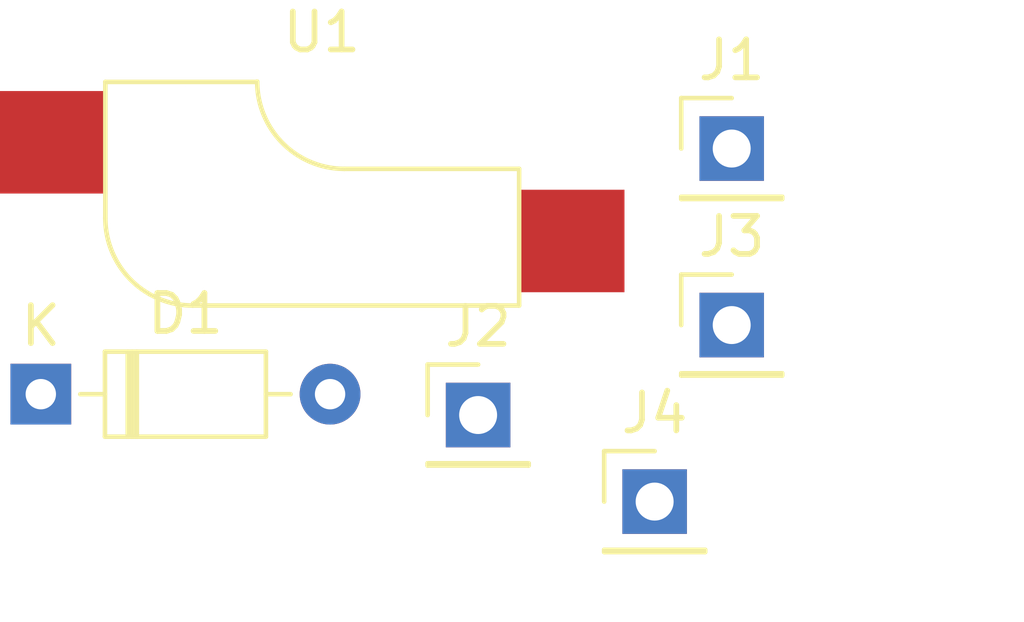
<source format=kicad_pcb>
(kicad_pcb (version 20171130) (host pcbnew "(5.1.10)-1")

  (general
    (thickness 1.6)
    (drawings 0)
    (tracks 0)
    (zones 0)
    (modules 6)
    (nets 4)
  )

  (page A4)
  (layers
    (0 F.Cu signal)
    (31 B.Cu signal)
    (32 B.Adhes user)
    (33 F.Adhes user)
    (34 B.Paste user)
    (35 F.Paste user)
    (36 B.SilkS user)
    (37 F.SilkS user)
    (38 B.Mask user)
    (39 F.Mask user)
    (40 Dwgs.User user)
    (41 Cmts.User user)
    (42 Eco1.User user)
    (43 Eco2.User user)
    (44 Edge.Cuts user)
    (45 Margin user)
    (46 B.CrtYd user)
    (47 F.CrtYd user)
    (48 B.Fab user)
    (49 F.Fab user)
  )

  (setup
    (last_trace_width 0.25)
    (trace_clearance 0.2)
    (zone_clearance 0.508)
    (zone_45_only no)
    (trace_min 0.2)
    (via_size 0.8)
    (via_drill 0.4)
    (via_min_size 0.4)
    (via_min_drill 0.3)
    (uvia_size 0.3)
    (uvia_drill 0.1)
    (uvias_allowed no)
    (uvia_min_size 0.2)
    (uvia_min_drill 0.1)
    (edge_width 0.05)
    (segment_width 0.2)
    (pcb_text_width 0.3)
    (pcb_text_size 1.5 1.5)
    (mod_edge_width 0.12)
    (mod_text_size 1 1)
    (mod_text_width 0.15)
    (pad_size 1.524 1.524)
    (pad_drill 0.762)
    (pad_to_mask_clearance 0)
    (aux_axis_origin 0 0)
    (visible_elements FFFFFF7F)
    (pcbplotparams
      (layerselection 0x010fc_ffffffff)
      (usegerberextensions false)
      (usegerberattributes true)
      (usegerberadvancedattributes true)
      (creategerberjobfile true)
      (excludeedgelayer true)
      (linewidth 0.100000)
      (plotframeref false)
      (viasonmask false)
      (mode 1)
      (useauxorigin false)
      (hpglpennumber 1)
      (hpglpenspeed 20)
      (hpglpendiameter 15.000000)
      (psnegative false)
      (psa4output false)
      (plotreference true)
      (plotvalue true)
      (plotinvisibletext false)
      (padsonsilk false)
      (subtractmaskfromsilk false)
      (outputformat 1)
      (mirror false)
      (drillshape 1)
      (scaleselection 1)
      (outputdirectory ""))
  )

  (net 0 "")
  (net 1 "Net-(D1-Pad2)")
  (net 2 "Net-(D1-Pad1)")
  (net 3 "Net-(J1-Pad1)")

  (net_class Default "This is the default net class."
    (clearance 0.2)
    (trace_width 0.25)
    (via_dia 0.8)
    (via_drill 0.4)
    (uvia_dia 0.3)
    (uvia_drill 0.1)
    (add_net "Net-(D1-Pad1)")
    (add_net "Net-(D1-Pad2)")
    (add_net "Net-(J1-Pad1)")
  )

  (module "hotswapsocket:hotswap socket" (layer F.Cu) (tedit 620899FB) (tstamp 620AB5D0)
    (at 89.699999 75.365)
    (path /620B621F)
    (fp_text reference U1 (at 0 -5) (layer F.SilkS)
      (effects (font (size 1 1) (thickness 0.15)))
    )
    (fp_text value switchsocket (at 0 4) (layer F.Fab)
      (effects (font (size 1 1) (thickness 0.15)))
    )
    (fp_arc (start 0.6 -3.7) (end -1.7 -3.7) (angle -90) (layer F.SilkS) (width 0.12))
    (fp_arc (start -3.4 -0.1) (end -5.7 -0.1) (angle -90) (layer F.SilkS) (width 0.12))
    (fp_line (start -3.4 2.2) (end 5.2 2.2) (layer F.SilkS) (width 0.12))
    (fp_line (start 5.2 2.2) (end 5.2 -1.4) (layer F.SilkS) (width 0.12))
    (fp_line (start -5.7 -0.1) (end -5.7 -3.69) (layer F.SilkS) (width 0.12))
    (fp_line (start 5.2 -1.4) (end 0.6 -1.4) (layer F.SilkS) (width 0.12))
    (fp_line (start -5.7 -3.69) (end -1.7 -3.69) (layer F.SilkS) (width 0.12))
    (pad 2 smd rect (at -7.1 -2.1) (size 2.75 2.7) (layers F.Cu F.Paste F.Mask)
      (net 1 "Net-(D1-Pad2)"))
    (pad 1 smd rect (at 6.6 0.5) (size 2.75 2.7) (layers F.Cu F.Paste F.Mask)
      (net 3 "Net-(J1-Pad1)"))
    (pad "" np_thru_hole circle (at -3.35 -2.04) (size 3 3) (drill 3) (layers *.Cu *.Mask))
    (pad "" np_thru_hole circle (at 3 0.5) (size 3 3) (drill 3) (layers *.Cu *.Mask))
  )

  (module Connector_PinHeader_2.54mm:PinHeader_1x01_P2.54mm_Vertical (layer F.Cu) (tedit 59FED5CC) (tstamp 620AB5C1)
    (at 98.47 82.73)
    (descr "Through hole straight pin header, 1x01, 2.54mm pitch, single row")
    (tags "Through hole pin header THT 1x01 2.54mm single row")
    (path /620B7C20)
    (fp_text reference J4 (at 0 -2.33) (layer F.SilkS)
      (effects (font (size 1 1) (thickness 0.15)))
    )
    (fp_text value Conn_01x01_Female (at 0 2.33) (layer F.Fab)
      (effects (font (size 1 1) (thickness 0.15)))
    )
    (fp_text user %R (at 0 0 90) (layer F.Fab)
      (effects (font (size 1 1) (thickness 0.15)))
    )
    (fp_line (start -0.635 -1.27) (end 1.27 -1.27) (layer F.Fab) (width 0.1))
    (fp_line (start 1.27 -1.27) (end 1.27 1.27) (layer F.Fab) (width 0.1))
    (fp_line (start 1.27 1.27) (end -1.27 1.27) (layer F.Fab) (width 0.1))
    (fp_line (start -1.27 1.27) (end -1.27 -0.635) (layer F.Fab) (width 0.1))
    (fp_line (start -1.27 -0.635) (end -0.635 -1.27) (layer F.Fab) (width 0.1))
    (fp_line (start -1.33 1.33) (end 1.33 1.33) (layer F.SilkS) (width 0.12))
    (fp_line (start -1.33 1.27) (end -1.33 1.33) (layer F.SilkS) (width 0.12))
    (fp_line (start 1.33 1.27) (end 1.33 1.33) (layer F.SilkS) (width 0.12))
    (fp_line (start -1.33 1.27) (end 1.33 1.27) (layer F.SilkS) (width 0.12))
    (fp_line (start -1.33 0) (end -1.33 -1.33) (layer F.SilkS) (width 0.12))
    (fp_line (start -1.33 -1.33) (end 0 -1.33) (layer F.SilkS) (width 0.12))
    (fp_line (start -1.8 -1.8) (end -1.8 1.8) (layer F.CrtYd) (width 0.05))
    (fp_line (start -1.8 1.8) (end 1.8 1.8) (layer F.CrtYd) (width 0.05))
    (fp_line (start 1.8 1.8) (end 1.8 -1.8) (layer F.CrtYd) (width 0.05))
    (fp_line (start 1.8 -1.8) (end -1.8 -1.8) (layer F.CrtYd) (width 0.05))
    (pad 1 thru_hole rect (at 0 0) (size 1.7 1.7) (drill 1) (layers *.Cu *.Mask)
      (net 3 "Net-(J1-Pad1)"))
    (model ${KISYS3DMOD}/Connector_PinHeader_2.54mm.3dshapes/PinHeader_1x01_P2.54mm_Vertical.wrl
      (at (xyz 0 0 0))
      (scale (xyz 1 1 1))
      (rotate (xyz 0 0 0))
    )
  )

  (module Connector_PinHeader_2.54mm:PinHeader_1x01_P2.54mm_Vertical (layer F.Cu) (tedit 59FED5CC) (tstamp 620AB5AC)
    (at 100.5 78.08)
    (descr "Through hole straight pin header, 1x01, 2.54mm pitch, single row")
    (tags "Through hole pin header THT 1x01 2.54mm single row")
    (path /620B9287)
    (fp_text reference J3 (at 0 -2.33) (layer F.SilkS)
      (effects (font (size 1 1) (thickness 0.15)))
    )
    (fp_text value Conn_01x01_Female (at 0 2.33) (layer F.Fab)
      (effects (font (size 1 1) (thickness 0.15)))
    )
    (fp_text user %R (at 0 0 90) (layer F.Fab)
      (effects (font (size 1 1) (thickness 0.15)))
    )
    (fp_line (start -0.635 -1.27) (end 1.27 -1.27) (layer F.Fab) (width 0.1))
    (fp_line (start 1.27 -1.27) (end 1.27 1.27) (layer F.Fab) (width 0.1))
    (fp_line (start 1.27 1.27) (end -1.27 1.27) (layer F.Fab) (width 0.1))
    (fp_line (start -1.27 1.27) (end -1.27 -0.635) (layer F.Fab) (width 0.1))
    (fp_line (start -1.27 -0.635) (end -0.635 -1.27) (layer F.Fab) (width 0.1))
    (fp_line (start -1.33 1.33) (end 1.33 1.33) (layer F.SilkS) (width 0.12))
    (fp_line (start -1.33 1.27) (end -1.33 1.33) (layer F.SilkS) (width 0.12))
    (fp_line (start 1.33 1.27) (end 1.33 1.33) (layer F.SilkS) (width 0.12))
    (fp_line (start -1.33 1.27) (end 1.33 1.27) (layer F.SilkS) (width 0.12))
    (fp_line (start -1.33 0) (end -1.33 -1.33) (layer F.SilkS) (width 0.12))
    (fp_line (start -1.33 -1.33) (end 0 -1.33) (layer F.SilkS) (width 0.12))
    (fp_line (start -1.8 -1.8) (end -1.8 1.8) (layer F.CrtYd) (width 0.05))
    (fp_line (start -1.8 1.8) (end 1.8 1.8) (layer F.CrtYd) (width 0.05))
    (fp_line (start 1.8 1.8) (end 1.8 -1.8) (layer F.CrtYd) (width 0.05))
    (fp_line (start 1.8 -1.8) (end -1.8 -1.8) (layer F.CrtYd) (width 0.05))
    (pad 1 thru_hole rect (at 0 0) (size 1.7 1.7) (drill 1) (layers *.Cu *.Mask)
      (net 2 "Net-(D1-Pad1)"))
    (model ${KISYS3DMOD}/Connector_PinHeader_2.54mm.3dshapes/PinHeader_1x01_P2.54mm_Vertical.wrl
      (at (xyz 0 0 0))
      (scale (xyz 1 1 1))
      (rotate (xyz 0 0 0))
    )
  )

  (module Connector_PinHeader_2.54mm:PinHeader_1x01_P2.54mm_Vertical (layer F.Cu) (tedit 59FED5CC) (tstamp 620AB597)
    (at 93.82 80.45)
    (descr "Through hole straight pin header, 1x01, 2.54mm pitch, single row")
    (tags "Through hole pin header THT 1x01 2.54mm single row")
    (path /620B991E)
    (fp_text reference J2 (at 0 -2.33) (layer F.SilkS)
      (effects (font (size 1 1) (thickness 0.15)))
    )
    (fp_text value Conn_01x01_Female (at 0 2.33) (layer F.Fab)
      (effects (font (size 1 1) (thickness 0.15)))
    )
    (fp_text user %R (at 0 0 90) (layer F.Fab)
      (effects (font (size 1 1) (thickness 0.15)))
    )
    (fp_line (start -0.635 -1.27) (end 1.27 -1.27) (layer F.Fab) (width 0.1))
    (fp_line (start 1.27 -1.27) (end 1.27 1.27) (layer F.Fab) (width 0.1))
    (fp_line (start 1.27 1.27) (end -1.27 1.27) (layer F.Fab) (width 0.1))
    (fp_line (start -1.27 1.27) (end -1.27 -0.635) (layer F.Fab) (width 0.1))
    (fp_line (start -1.27 -0.635) (end -0.635 -1.27) (layer F.Fab) (width 0.1))
    (fp_line (start -1.33 1.33) (end 1.33 1.33) (layer F.SilkS) (width 0.12))
    (fp_line (start -1.33 1.27) (end -1.33 1.33) (layer F.SilkS) (width 0.12))
    (fp_line (start 1.33 1.27) (end 1.33 1.33) (layer F.SilkS) (width 0.12))
    (fp_line (start -1.33 1.27) (end 1.33 1.27) (layer F.SilkS) (width 0.12))
    (fp_line (start -1.33 0) (end -1.33 -1.33) (layer F.SilkS) (width 0.12))
    (fp_line (start -1.33 -1.33) (end 0 -1.33) (layer F.SilkS) (width 0.12))
    (fp_line (start -1.8 -1.8) (end -1.8 1.8) (layer F.CrtYd) (width 0.05))
    (fp_line (start -1.8 1.8) (end 1.8 1.8) (layer F.CrtYd) (width 0.05))
    (fp_line (start 1.8 1.8) (end 1.8 -1.8) (layer F.CrtYd) (width 0.05))
    (fp_line (start 1.8 -1.8) (end -1.8 -1.8) (layer F.CrtYd) (width 0.05))
    (pad 1 thru_hole rect (at 0 0) (size 1.7 1.7) (drill 1) (layers *.Cu *.Mask)
      (net 2 "Net-(D1-Pad1)"))
    (model ${KISYS3DMOD}/Connector_PinHeader_2.54mm.3dshapes/PinHeader_1x01_P2.54mm_Vertical.wrl
      (at (xyz 0 0 0))
      (scale (xyz 1 1 1))
      (rotate (xyz 0 0 0))
    )
  )

  (module Connector_PinHeader_2.54mm:PinHeader_1x01_P2.54mm_Vertical (layer F.Cu) (tedit 59FED5CC) (tstamp 620AB582)
    (at 100.5 73.43)
    (descr "Through hole straight pin header, 1x01, 2.54mm pitch, single row")
    (tags "Through hole pin header THT 1x01 2.54mm single row")
    (path /620B89A8)
    (fp_text reference J1 (at 0 -2.33) (layer F.SilkS)
      (effects (font (size 1 1) (thickness 0.15)))
    )
    (fp_text value Conn_01x01_Female (at 0 2.33) (layer F.Fab)
      (effects (font (size 1 1) (thickness 0.15)))
    )
    (fp_text user %R (at 0 0 90) (layer F.Fab)
      (effects (font (size 1 1) (thickness 0.15)))
    )
    (fp_line (start -0.635 -1.27) (end 1.27 -1.27) (layer F.Fab) (width 0.1))
    (fp_line (start 1.27 -1.27) (end 1.27 1.27) (layer F.Fab) (width 0.1))
    (fp_line (start 1.27 1.27) (end -1.27 1.27) (layer F.Fab) (width 0.1))
    (fp_line (start -1.27 1.27) (end -1.27 -0.635) (layer F.Fab) (width 0.1))
    (fp_line (start -1.27 -0.635) (end -0.635 -1.27) (layer F.Fab) (width 0.1))
    (fp_line (start -1.33 1.33) (end 1.33 1.33) (layer F.SilkS) (width 0.12))
    (fp_line (start -1.33 1.27) (end -1.33 1.33) (layer F.SilkS) (width 0.12))
    (fp_line (start 1.33 1.27) (end 1.33 1.33) (layer F.SilkS) (width 0.12))
    (fp_line (start -1.33 1.27) (end 1.33 1.27) (layer F.SilkS) (width 0.12))
    (fp_line (start -1.33 0) (end -1.33 -1.33) (layer F.SilkS) (width 0.12))
    (fp_line (start -1.33 -1.33) (end 0 -1.33) (layer F.SilkS) (width 0.12))
    (fp_line (start -1.8 -1.8) (end -1.8 1.8) (layer F.CrtYd) (width 0.05))
    (fp_line (start -1.8 1.8) (end 1.8 1.8) (layer F.CrtYd) (width 0.05))
    (fp_line (start 1.8 1.8) (end 1.8 -1.8) (layer F.CrtYd) (width 0.05))
    (fp_line (start 1.8 -1.8) (end -1.8 -1.8) (layer F.CrtYd) (width 0.05))
    (pad 1 thru_hole rect (at 0 0) (size 1.7 1.7) (drill 1) (layers *.Cu *.Mask)
      (net 3 "Net-(J1-Pad1)"))
    (model ${KISYS3DMOD}/Connector_PinHeader_2.54mm.3dshapes/PinHeader_1x01_P2.54mm_Vertical.wrl
      (at (xyz 0 0 0))
      (scale (xyz 1 1 1))
      (rotate (xyz 0 0 0))
    )
  )

  (module Diode_THT:D_DO-35_SOD27_P7.62mm_Horizontal (layer F.Cu) (tedit 5AE50CD5) (tstamp 620AB56D)
    (at 82.3 79.9)
    (descr "Diode, DO-35_SOD27 series, Axial, Horizontal, pin pitch=7.62mm, , length*diameter=4*2mm^2, , http://www.diodes.com/_files/packages/DO-35.pdf")
    (tags "Diode DO-35_SOD27 series Axial Horizontal pin pitch 7.62mm  length 4mm diameter 2mm")
    (path /620B6888)
    (fp_text reference D1 (at 3.81 -2.12) (layer F.SilkS)
      (effects (font (size 1 1) (thickness 0.15)))
    )
    (fp_text value 1N4148 (at 3.81 2.12) (layer F.Fab)
      (effects (font (size 1 1) (thickness 0.15)))
    )
    (fp_text user K (at 0 -1.8) (layer F.SilkS)
      (effects (font (size 1 1) (thickness 0.15)))
    )
    (fp_text user K (at 0 -1.8) (layer F.Fab)
      (effects (font (size 1 1) (thickness 0.15)))
    )
    (fp_text user %R (at 4.11 0) (layer F.Fab)
      (effects (font (size 0.8 0.8) (thickness 0.12)))
    )
    (fp_line (start 1.81 -1) (end 1.81 1) (layer F.Fab) (width 0.1))
    (fp_line (start 1.81 1) (end 5.81 1) (layer F.Fab) (width 0.1))
    (fp_line (start 5.81 1) (end 5.81 -1) (layer F.Fab) (width 0.1))
    (fp_line (start 5.81 -1) (end 1.81 -1) (layer F.Fab) (width 0.1))
    (fp_line (start 0 0) (end 1.81 0) (layer F.Fab) (width 0.1))
    (fp_line (start 7.62 0) (end 5.81 0) (layer F.Fab) (width 0.1))
    (fp_line (start 2.41 -1) (end 2.41 1) (layer F.Fab) (width 0.1))
    (fp_line (start 2.51 -1) (end 2.51 1) (layer F.Fab) (width 0.1))
    (fp_line (start 2.31 -1) (end 2.31 1) (layer F.Fab) (width 0.1))
    (fp_line (start 1.69 -1.12) (end 1.69 1.12) (layer F.SilkS) (width 0.12))
    (fp_line (start 1.69 1.12) (end 5.93 1.12) (layer F.SilkS) (width 0.12))
    (fp_line (start 5.93 1.12) (end 5.93 -1.12) (layer F.SilkS) (width 0.12))
    (fp_line (start 5.93 -1.12) (end 1.69 -1.12) (layer F.SilkS) (width 0.12))
    (fp_line (start 1.04 0) (end 1.69 0) (layer F.SilkS) (width 0.12))
    (fp_line (start 6.58 0) (end 5.93 0) (layer F.SilkS) (width 0.12))
    (fp_line (start 2.41 -1.12) (end 2.41 1.12) (layer F.SilkS) (width 0.12))
    (fp_line (start 2.53 -1.12) (end 2.53 1.12) (layer F.SilkS) (width 0.12))
    (fp_line (start 2.29 -1.12) (end 2.29 1.12) (layer F.SilkS) (width 0.12))
    (fp_line (start -1.05 -1.25) (end -1.05 1.25) (layer F.CrtYd) (width 0.05))
    (fp_line (start -1.05 1.25) (end 8.67 1.25) (layer F.CrtYd) (width 0.05))
    (fp_line (start 8.67 1.25) (end 8.67 -1.25) (layer F.CrtYd) (width 0.05))
    (fp_line (start 8.67 -1.25) (end -1.05 -1.25) (layer F.CrtYd) (width 0.05))
    (pad 2 thru_hole oval (at 7.62 0) (size 1.6 1.6) (drill 0.8) (layers *.Cu *.Mask)
      (net 1 "Net-(D1-Pad2)"))
    (pad 1 thru_hole rect (at 0 0) (size 1.6 1.6) (drill 0.8) (layers *.Cu *.Mask)
      (net 2 "Net-(D1-Pad1)"))
    (model ${KISYS3DMOD}/Diode_THT.3dshapes/D_DO-35_SOD27_P7.62mm_Horizontal.wrl
      (at (xyz 0 0 0))
      (scale (xyz 1 1 1))
      (rotate (xyz 0 0 0))
    )
  )

)

</source>
